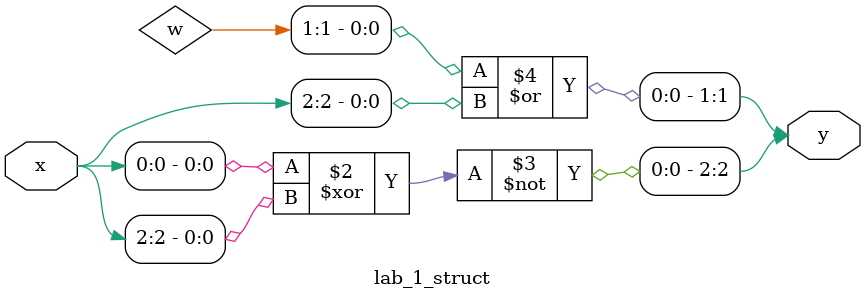
<source format=v>
module lab_1_struct(x, y);

input [2:0] x;

output [2:0] y;

wire [2:0] w;

xor (w[2], w[0], w[1]);
xnor (y[2], x[0], x[2]);
or (y[1], w[1], x[2]);
nor(y[3], w[2],w[1]);

endmodule



</source>
